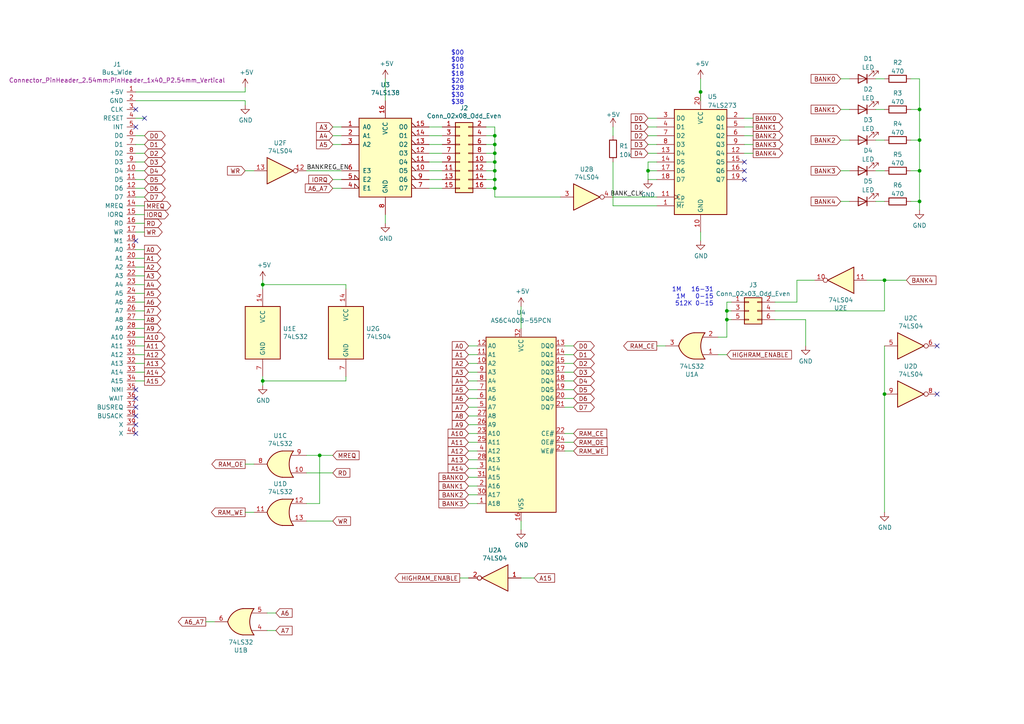
<source format=kicad_sch>
(kicad_sch (version 20211123) (generator eeschema)
  (paper "A4")
  (lib_symbols
    (symbol "74xx:74LS04"
      (property "Reference" "U" (at 0 1.27 0))
      (property "Value" "74LS04" (at 0 -1.27 0))
      (symbol "74LS04_1_0"
        (pin input line (at -7.62 0 0) (length 3.81) (name "~") (number "1"))
        (pin output inverted (at 7.62 0 180) (length 3.81) (name "~") (number "2"))
      )
      (symbol "74LS04_2_0"
        (pin input line (at -7.62 0 0) (length 3.81) (name "~") (number "3"))
        (pin output inverted (at 7.62 0 180) (length 3.81) (name "~") (number "4"))
      )
      (symbol "74LS04_3_0"
        (pin input line (at -7.62 0 0) (length 3.81) (name "~") (number "5"))
        (pin output inverted (at 7.62 0 180) (length 3.81) (name "~") (number "6"))
      )
      (symbol "74LS04_4_0"
        (pin output inverted (at 7.62 0 180) (length 3.81) (name "~") (number "8"))
        (pin input line (at -7.62 0 0) (length 3.81) (name "~") (number "9"))
      )
      (symbol "74LS04_5_0"
        (pin output inverted (at 7.62 0 180) (length 3.81) (name "~") (number "10"))
        (pin input line (at -7.62 0 0) (length 3.81) (name "~") (number "11"))
      )
      (symbol "74LS04_6_0"
        (pin output inverted (at 7.62 0 180) (length 3.81) (name "~") (number "12"))
        (pin input line (at -7.62 0 0) (length 3.81) (name "~") (number "13"))
      )
      (symbol "74LS04_7_0"
        (pin power_in line (at 0 12.7 270) (length 5.08) (name "VCC") (number "14"))
        (pin power_in line (at 0 -12.7 90) (length 5.08) (name "GND") (number "7"))
      )
    )
    (symbol "74xx:74LS138" (pin_names (offset 1.016))
      (property "Reference" "U" (at -7.62 11.43 0))
      (property "Value" "74LS138" (at -7.62 -13.97 0))
      (symbol "74LS138_1_0"
        (pin input line (at -12.7 7.62 0) (length 5.08) (name "A0") (number "1"))
        (pin output output_low (at 12.7 -5.08 180) (length 5.08) (name "O5") (number "10"))
        (pin output output_low (at 12.7 -2.54 180) (length 5.08) (name "O4") (number "11"))
        (pin output output_low (at 12.7 0 180) (length 5.08) (name "O3") (number "12"))
        (pin output output_low (at 12.7 2.54 180) (length 5.08) (name "O2") (number "13"))
        (pin output output_low (at 12.7 5.08 180) (length 5.08) (name "O1") (number "14"))
        (pin output output_low (at 12.7 7.62 180) (length 5.08) (name "O0") (number "15"))
        (pin power_in line (at 0 15.24 270) (length 5.08) (name "VCC") (number "16"))
        (pin input line (at -12.7 5.08 0) (length 5.08) (name "A1") (number "2"))
        (pin input line (at -12.7 2.54 0) (length 5.08) (name "A2") (number "3"))
        (pin input input_low (at -12.7 -10.16 0) (length 5.08) (name "E1") (number "4"))
        (pin input input_low (at -12.7 -7.62 0) (length 5.08) (name "E2") (number "5"))
        (pin input line (at -12.7 -5.08 0) (length 5.08) (name "E3") (number "6"))
        (pin output output_low (at 12.7 -10.16 180) (length 5.08) (name "O7") (number "7"))
        (pin power_in line (at 0 -17.78 90) (length 5.08) (name "GND") (number "8"))
        (pin output output_low (at 12.7 -7.62 180) (length 5.08) (name "O6") (number "9"))
      )
    )
    (symbol "74xx:74LS273"
      (property "Reference" "U" (at -7.62 16.51 0))
      (property "Value" "74LS273" (at -7.62 -16.51 0))
      (symbol "74LS273_1_0"
        (pin input line (at -12.7 -12.7 0) (length 5.08) (name "~{Mr}") (number "1"))
        (pin power_in line (at 0 -20.32 90) (length 5.08) (name "GND") (number "10"))
        (pin input clock (at -12.7 -10.16 0) (length 5.08) (name "Cp") (number "11"))
        (pin output line (at 12.7 2.54 180) (length 5.08) (name "Q4") (number "12"))
        (pin input line (at -12.7 2.54 0) (length 5.08) (name "D4") (number "13"))
        (pin input line (at -12.7 0 0) (length 5.08) (name "D5") (number "14"))
        (pin output line (at 12.7 0 180) (length 5.08) (name "Q5") (number "15"))
        (pin output line (at 12.7 -2.54 180) (length 5.08) (name "Q6") (number "16"))
        (pin input line (at -12.7 -2.54 0) (length 5.08) (name "D6") (number "17"))
        (pin input line (at -12.7 -5.08 0) (length 5.08) (name "D7") (number "18"))
        (pin output line (at 12.7 -5.08 180) (length 5.08) (name "Q7") (number "19"))
        (pin output line (at 12.7 12.7 180) (length 5.08) (name "Q0") (number "2"))
        (pin power_in line (at 0 20.32 270) (length 5.08) (name "VCC") (number "20"))
        (pin input line (at -12.7 12.7 0) (length 5.08) (name "D0") (number "3"))
        (pin input line (at -12.7 10.16 0) (length 5.08) (name "D1") (number "4"))
        (pin output line (at 12.7 10.16 180) (length 5.08) (name "Q1") (number "5"))
        (pin output line (at 12.7 7.62 180) (length 5.08) (name "Q2") (number "6"))
        (pin input line (at -12.7 7.62 0) (length 5.08) (name "D2") (number "7"))
        (pin input line (at -12.7 5.08 0) (length 5.08) (name "D3") (number "8"))
        (pin output line (at 12.7 5.08 180) (length 5.08) (name "Q3") (number "9"))
      )
    )
    (symbol "74xx:74LS32" (pin_names (offset 1.016))
      (property "Reference" "U" (at 0 1.27 0))
      (property "Value" "74LS32" (at 0 -1.27 0))
      (symbol "74LS32_1_1"
        (pin input line (at -7.62 2.54 0) (length 4.318) (name "~") (number "1"))
        (pin input line (at -7.62 -2.54 0) (length 4.318) (name "~") (number "2"))
        (pin output line (at 7.62 0 180) (length 3.81) (name "~") (number "3"))
      )
      (symbol "74LS32_1_2"
        (pin input inverted (at -7.62 2.54 0) (length 3.81) (name "~") (number "1"))
        (pin input inverted (at -7.62 -2.54 0) (length 3.81) (name "~") (number "2"))
        (pin output inverted (at 7.62 0 180) (length 3.81) (name "~") (number "3"))
      )
      (symbol "74LS32_2_1"
        (pin input line (at -7.62 2.54 0) (length 4.318) (name "~") (number "4"))
        (pin input line (at -7.62 -2.54 0) (length 4.318) (name "~") (number "5"))
        (pin output line (at 7.62 0 180) (length 3.81) (name "~") (number "6"))
      )
      (symbol "74LS32_2_2"
        (pin input inverted (at -7.62 2.54 0) (length 3.81) (name "~") (number "4"))
        (pin input inverted (at -7.62 -2.54 0) (length 3.81) (name "~") (number "5"))
        (pin output inverted (at 7.62 0 180) (length 3.81) (name "~") (number "6"))
      )
      (symbol "74LS32_3_1"
        (pin input line (at -7.62 -2.54 0) (length 4.318) (name "~") (number "10"))
        (pin output line (at 7.62 0 180) (length 3.81) (name "~") (number "8"))
        (pin input line (at -7.62 2.54 0) (length 4.318) (name "~") (number "9"))
      )
      (symbol "74LS32_3_2"
        (pin input inverted (at -7.62 -2.54 0) (length 3.81) (name "~") (number "10"))
        (pin output inverted (at 7.62 0 180) (length 3.81) (name "~") (number "8"))
        (pin input inverted (at -7.62 2.54 0) (length 3.81) (name "~") (number "9"))
      )
      (symbol "74LS32_4_1"
        (pin output line (at 7.62 0 180) (length 3.81) (name "~") (number "11"))
        (pin input line (at -7.62 2.54 0) (length 4.318) (name "~") (number "12"))
        (pin input line (at -7.62 -2.54 0) (length 4.318) (name "~") (number "13"))
      )
      (symbol "74LS32_4_2"
        (pin output inverted (at 7.62 0 180) (length 3.81) (name "~") (number "11"))
        (pin input inverted (at -7.62 2.54 0) (length 3.81) (name "~") (number "12"))
        (pin input inverted (at -7.62 -2.54 0) (length 3.81) (name "~") (number "13"))
      )
      (symbol "74LS32_5_0"
        (pin power_in line (at 0 12.7 270) (length 5.08) (name "VCC") (number "14"))
        (pin power_in line (at 0 -12.7 90) (length 5.08) (name "GND") (number "7"))
      )
    )
    (symbol "Connector_Generic:Conn_02x03_Odd_Even" (pin_names (offset 1.016) hide)
      (property "Reference" "J" (at 1.27 5.08 0))
      (property "Value" "Conn_02x03_Odd_Even" (at 1.27 -5.08 0))
      (symbol "Conn_02x03_Odd_Even_1_1"
        (pin passive line (at -5.08 2.54 0) (length 3.81) (name "Pin_1") (number "1"))
        (pin passive line (at 7.62 2.54 180) (length 3.81) (name "Pin_2") (number "2"))
        (pin passive line (at -5.08 0 0) (length 3.81) (name "Pin_3") (number "3"))
        (pin passive line (at 7.62 0 180) (length 3.81) (name "Pin_4") (number "4"))
        (pin passive line (at -5.08 -2.54 0) (length 3.81) (name "Pin_5") (number "5"))
        (pin passive line (at 7.62 -2.54 180) (length 3.81) (name "Pin_6") (number "6"))
      )
    )
    (symbol "Connector_Generic:Conn_02x08_Odd_Even" (pin_names (offset 1.016) hide)
      (property "Reference" "J" (at 1.27 10.16 0))
      (property "Value" "Conn_02x08_Odd_Even" (at 1.27 -12.7 0))
      (symbol "Conn_02x08_Odd_Even_1_1"
        (pin passive line (at -5.08 7.62 0) (length 3.81) (name "Pin_1") (number "1"))
        (pin passive line (at 7.62 -2.54 180) (length 3.81) (name "Pin_10") (number "10"))
        (pin passive line (at -5.08 -5.08 0) (length 3.81) (name "Pin_11") (number "11"))
        (pin passive line (at 7.62 -5.08 180) (length 3.81) (name "Pin_12") (number "12"))
        (pin passive line (at -5.08 -7.62 0) (length 3.81) (name "Pin_13") (number "13"))
        (pin passive line (at 7.62 -7.62 180) (length 3.81) (name "Pin_14") (number "14"))
        (pin passive line (at -5.08 -10.16 0) (length 3.81) (name "Pin_15") (number "15"))
        (pin passive line (at 7.62 -10.16 180) (length 3.81) (name "Pin_16") (number "16"))
        (pin passive line (at 7.62 7.62 180) (length 3.81) (name "Pin_2") (number "2"))
        (pin passive line (at -5.08 5.08 0) (length 3.81) (name "Pin_3") (number "3"))
        (pin passive line (at 7.62 5.08 180) (length 3.81) (name "Pin_4") (number "4"))
        (pin passive line (at -5.08 2.54 0) (length 3.81) (name "Pin_5") (number "5"))
        (pin passive line (at 7.62 2.54 180) (length 3.81) (name "Pin_6") (number "6"))
        (pin passive line (at -5.08 0 0) (length 3.81) (name "Pin_7") (number "7"))
        (pin passive line (at 7.62 0 180) (length 3.81) (name "Pin_8") (number "8"))
        (pin passive line (at -5.08 -2.54 0) (length 3.81) (name "Pin_9") (number "9"))
      )
    )
    (symbol "Device:LED" (pin_numbers hide) (pin_names (offset 1.016) hide)
      (property "Reference" "D" (at 0 2.54 0))
      (property "Value" "LED" (at 0 -2.54 0))
      (symbol "LED_1_1"
        (pin passive line (at -3.81 0 0) (length 2.54) (name "K") (number "1"))
        (pin passive line (at 3.81 0 180) (length 2.54) (name "A") (number "2"))
      )
    )
    (symbol "Device:R" (pin_numbers hide) (pin_names (offset 0))
      (property "Reference" "R" (at 2.032 0 90))
      (property "Value" "R" (at 0 0 90))
      (symbol "R_1_1"
        (pin passive line (at 0 3.81 270) (length 1.27) (name "~") (number "1"))
        (pin passive line (at 0 -3.81 90) (length 1.27) (name "~") (number "2"))
      )
    )
    (symbol "Memory_RAM:AS6C4008-55PCN"
      (property "Reference" "U" (at -10.16 26.035 0))
      (property "Value" "AS6C4008-55PCN" (at 2.54 26.035 0))
      (symbol "AS6C4008-55PCN_0_0"
        (pin power_in line (at 0 -27.94 90) (length 2.54) (name "VSS") (number "16"))
        (pin power_in line (at 0 27.94 270) (length 2.54) (name "VCC") (number "32"))
      )
      (symbol "AS6C4008-55PCN_1_1"
        (pin input line (at -12.7 -22.86 0) (length 2.54) (name "A18") (number "1"))
        (pin input line (at -12.7 17.78 0) (length 2.54) (name "A2") (number "10"))
        (pin input line (at -12.7 20.32 0) (length 2.54) (name "A1") (number "11"))
        (pin input line (at -12.7 22.86 0) (length 2.54) (name "A0") (number "12"))
        (pin tri_state line (at 12.7 22.86 180) (length 2.54) (name "DQ0") (number "13"))
        (pin tri_state line (at 12.7 20.32 180) (length 2.54) (name "DQ1") (number "14"))
        (pin tri_state line (at 12.7 17.78 180) (length 2.54) (name "DQ2") (number "15"))
        (pin tri_state line (at 12.7 15.24 180) (length 2.54) (name "DQ3") (number "17"))
        (pin tri_state line (at 12.7 12.7 180) (length 2.54) (name "DQ4") (number "18"))
        (pin tri_state line (at 12.7 10.16 180) (length 2.54) (name "DQ5") (number "19"))
        (pin input line (at -12.7 -17.78 0) (length 2.54) (name "A16") (number "2"))
        (pin tri_state line (at 12.7 7.62 180) (length 2.54) (name "DQ6") (number "20"))
        (pin tri_state line (at 12.7 5.08 180) (length 2.54) (name "DQ7") (number "21"))
        (pin input line (at 12.7 -2.54 180) (length 2.54) (name "CE#") (number "22"))
        (pin input line (at -12.7 -2.54 0) (length 2.54) (name "A10") (number "23"))
        (pin input line (at 12.7 -5.08 180) (length 2.54) (name "OE#") (number "24"))
        (pin input line (at -12.7 -5.08 0) (length 2.54) (name "A11") (number "25"))
        (pin input line (at -12.7 0 0) (length 2.54) (name "A9") (number "26"))
        (pin input line (at -12.7 2.54 0) (length 2.54) (name "A8") (number "27"))
        (pin input line (at -12.7 -10.16 0) (length 2.54) (name "A13") (number "28"))
        (pin input line (at 12.7 -7.62 180) (length 2.54) (name "WE#") (number "29"))
        (pin input line (at -12.7 -12.7 0) (length 2.54) (name "A14") (number "3"))
        (pin input line (at -12.7 -20.32 0) (length 2.54) (name "A17") (number "30"))
        (pin input line (at -12.7 -15.24 0) (length 2.54) (name "A15") (number "31"))
        (pin input line (at -12.7 -7.62 0) (length 2.54) (name "A12") (number "4"))
        (pin input line (at -12.7 5.08 0) (length 2.54) (name "A7") (number "5"))
        (pin input line (at -12.7 7.62 0) (length 2.54) (name "A6") (number "6"))
        (pin input line (at -12.7 10.16 0) (length 2.54) (name "A5") (number "7"))
        (pin input line (at -12.7 12.7 0) (length 2.54) (name "A4") (number "8"))
        (pin input line (at -12.7 15.24 0) (length 2.54) (name "A3") (number "9"))
      )
    )
    (symbol "ModularZ80:Bus_Wide" (pin_names (offset 1.016))
      (property "Reference" "J" (at 0 34.29 0))
      (property "Value" "ModularZ80_Bus_Wide" (at 0 -71.12 0))
      (property "Footprint" "Connector_PinHeader_2.54mm:PinHeader_1x40_P2.54mm_Vertical" (at 0 0 0))
      (symbol "Bus_Wide_1_1"
        (pin power_out line (at -2.54 30.48 0) (length 2.54) (name "+5V") (number "1"))
        (pin bidirectional line (at -2.54 7.62 0) (length 2.54) (name "D4") (number "10"))
        (pin bidirectional line (at -2.54 5.08 0) (length 2.54) (name "D5") (number "11"))
        (pin bidirectional line (at -2.54 2.54 0) (length 2.54) (name "D6") (number "12"))
        (pin bidirectional line (at -2.54 0 0) (length 2.54) (name "D7") (number "13"))
        (pin bidirectional line (at -2.54 -2.54 0) (length 2.54) (name "MREQ") (number "14"))
        (pin bidirectional line (at -2.54 -5.08 0) (length 2.54) (name "IORQ") (number "15"))
        (pin bidirectional line (at -2.54 -7.62 0) (length 2.54) (name "RD") (number "16"))
        (pin bidirectional line (at -2.54 -10.16 0) (length 2.54) (name "WR") (number "17"))
        (pin bidirectional line (at -2.54 -12.7 0) (length 2.54) (name "M1") (number "18"))
        (pin bidirectional line (at -2.54 -15.24 0) (length 2.54) (name "A0") (number "19"))
        (pin power_out line (at -2.54 27.94 0) (length 2.54) (name "GND") (number "2"))
        (pin bidirectional line (at -2.54 -17.78 0) (length 2.54) (name "A1") (number "20"))
        (pin bidirectional line (at -2.54 -20.32 0) (length 2.54) (name "A2") (number "21"))
        (pin bidirectional line (at -2.54 -22.86 0) (length 2.54) (name "A3") (number "22"))
        (pin bidirectional line (at -2.54 -25.4 0) (length 2.54) (name "A4") (number "23"))
        (pin bidirectional line (at -2.54 -27.94 0) (length 2.54) (name "A5") (number "24"))
        (pin bidirectional line (at -2.54 -30.48 0) (length 2.54) (name "A6") (number "25"))
        (pin bidirectional line (at -2.54 -33.02 0) (length 2.54) (name "A7") (number "26"))
        (pin bidirectional line (at -2.54 -35.56 0) (length 2.54) (name "A8") (number "27"))
        (pin bidirectional line (at -2.54 -38.1 0) (length 2.54) (name "A9") (number "28"))
        (pin bidirectional line (at -2.54 -40.64 0) (length 2.54) (name "A10") (number "29"))
        (pin output line (at -2.54 25.4 0) (length 2.54) (name "CLK") (number "3"))
        (pin bidirectional line (at -2.54 -43.18 0) (length 2.54) (name "A11") (number "30"))
        (pin bidirectional line (at -2.54 -45.72 0) (length 2.54) (name "A12") (number "31"))
        (pin bidirectional line (at -2.54 -48.26 0) (length 2.54) (name "A13") (number "32"))
        (pin bidirectional line (at -2.54 -50.8 0) (length 2.54) (name "A14") (number "33"))
        (pin bidirectional line (at -2.54 -53.34 0) (length 2.54) (name "A15") (number "34"))
        (pin bidirectional line (at -2.54 -55.88 0) (length 2.54) (name "NMI") (number "35"))
        (pin bidirectional line (at -2.54 -58.42 0) (length 2.54) (name "WAIT") (number "36"))
        (pin bidirectional line (at -2.54 -60.96 0) (length 2.54) (name "BUSREQ") (number "37"))
        (pin bidirectional line (at -2.54 -63.5 0) (length 2.54) (name "BUSACK") (number "38"))
        (pin bidirectional line (at -2.54 -66.04 0) (length 2.54) (name "X") (number "39"))
        (pin output line (at -2.54 22.86 0) (length 2.54) (name "RESET") (number "4"))
        (pin bidirectional line (at -2.54 -68.58 0) (length 2.54) (name "X") (number "40"))
        (pin bidirectional line (at -2.54 20.32 0) (length 2.54) (name "INT") (number "5"))
        (pin bidirectional line (at -2.54 17.78 0) (length 2.54) (name "D0") (number "6"))
        (pin bidirectional line (at -2.54 15.24 0) (length 2.54) (name "D1") (number "7"))
        (pin bidirectional line (at -2.54 12.7 0) (length 2.54) (name "D2") (number "8"))
        (pin bidirectional line (at -2.54 10.16 0) (length 2.54) (name "D3") (number "9"))
      )
    )
    (symbol "power:+5V" (power) (pin_names (offset 0))
      (property "Value" "+5V" (at 0 3.556 0))
      (symbol "+5V_1_1"
        (pin power_in line (at 0 0 90) (length 0) hide (name "+5V") (number "1"))
      )
    )
    (symbol "power:GND" (power) (pin_names (offset 0))
      (property "Value" "GND" (at 0 -3.81 0))
      (symbol "GND_1_1"
        (pin power_in line (at 0 0 270) (length 0) hide (name "GND") (number "1"))
      )
    )
  )
  (junction (at 143.51 39.37))
  (junction (at 143.51 54.61))
  (junction (at 266.7 58.42))
  (junction (at 143.51 52.07))
  (junction (at 256.54 114.3))
  (junction (at 210.82 90.17))
  (junction (at 266.7 31.75))
  (junction (at 266.7 49.53))
  (junction (at 210.82 92.71))
  (junction (at 143.51 44.45))
  (junction (at 143.51 49.53))
  (junction (at 143.51 41.91))
  (junction (at 92.71 132.08))
  (junction (at 143.51 46.99))
  (junction (at 266.7 40.64))
  (junction (at 76.2 82.55))
  (junction (at 203.2 26.67))
  (junction (at 256.54 81.28))
  (junction (at 76.2 110.49))
  (junction (at 187.96 49.53))
  (no_connect (at 39.37 115.57))
  (no_connect (at 39.37 123.19))
  (no_connect (at 39.37 36.83))
  (no_connect (at 271.78 114.3))
  (no_connect (at 39.37 118.11))
  (no_connect (at 271.78 100.33))
  (no_connect (at 39.37 125.73))
  (no_connect (at 39.37 31.75))
  (no_connect (at 39.37 113.03))
  (no_connect (at 39.37 120.65))
  (no_connect (at 39.37 69.85))
  (no_connect (at 215.9 46.99))
  (no_connect (at 215.9 52.07))
  (no_connect (at 215.9 49.53))
  (no_connect (at 41.91 34.29))
  (wire (pts (xy 92.71 132.08) (xy 96.52 132.08)))
  (wire (pts (xy 151.13 167.64) (xy 154.94 167.64)))
  (wire (pts (xy 39.37 59.69) (xy 41.91 59.69)))
  (wire (pts (xy 138.43 118.11) (xy 135.89 118.11)))
  (wire (pts (xy 266.7 49.53) (xy 266.7 40.64)))
  (wire (pts (xy 96.52 52.07) (xy 99.06 52.07)))
  (wire (pts (xy 39.37 62.23) (xy 41.91 62.23)))
  (wire (pts (xy 215.9 41.91) (xy 218.44 41.91)))
  (wire (pts (xy 236.22 81.28) (xy 231.14 81.28)))
  (wire (pts (xy 71.12 29.21) (xy 71.12 30.48)))
  (wire (pts (xy 163.83 130.81) (xy 166.37 130.81)))
  (wire (pts (xy 135.89 120.65) (xy 138.43 120.65)))
  (wire (pts (xy 163.83 110.49) (xy 166.37 110.49)))
  (wire (pts (xy 256.54 114.3) (xy 256.54 148.59)))
  (wire (pts (xy 210.82 90.17) (xy 210.82 92.71)))
  (wire (pts (xy 135.89 140.97) (xy 138.43 140.97)))
  (wire (pts (xy 39.37 77.47) (xy 41.91 77.47)))
  (wire (pts (xy 151.13 88.9) (xy 151.13 95.25)))
  (wire (pts (xy 39.37 64.77) (xy 41.91 64.77)))
  (wire (pts (xy 163.83 100.33) (xy 166.37 100.33)))
  (wire (pts (xy 135.89 138.43) (xy 138.43 138.43)))
  (wire (pts (xy 138.43 102.87) (xy 135.89 102.87)))
  (wire (pts (xy 143.51 41.91) (xy 143.51 39.37)))
  (wire (pts (xy 124.46 36.83) (xy 128.27 36.83)))
  (wire (pts (xy 88.9 132.08) (xy 92.71 132.08)))
  (wire (pts (xy 203.2 22.86) (xy 203.2 26.67)))
  (wire (pts (xy 92.71 146.05) (xy 92.71 132.08)))
  (wire (pts (xy 39.37 46.99) (xy 41.91 46.99)))
  (wire (pts (xy 39.37 72.39) (xy 41.91 72.39)))
  (wire (pts (xy 143.51 44.45) (xy 143.51 41.91)))
  (wire (pts (xy 39.37 41.91) (xy 41.91 41.91)))
  (wire (pts (xy 77.47 177.8) (xy 80.01 177.8)))
  (wire (pts (xy 100.33 110.49) (xy 100.33 109.22)))
  (wire (pts (xy 215.9 36.83) (xy 218.44 36.83)))
  (wire (pts (xy 143.51 36.83) (xy 140.97 36.83)))
  (wire (pts (xy 256.54 100.33) (xy 256.54 114.3)))
  (wire (pts (xy 163.83 102.87) (xy 166.37 102.87)))
  (wire (pts (xy 264.16 31.75) (xy 266.7 31.75)))
  (wire (pts (xy 177.8 59.69) (xy 190.5 59.69)))
  (wire (pts (xy 135.89 135.89) (xy 138.43 135.89)))
  (wire (pts (xy 124.46 54.61) (xy 128.27 54.61)))
  (wire (pts (xy 264.16 58.42) (xy 266.7 58.42)))
  (wire (pts (xy 140.97 54.61) (xy 143.51 54.61)))
  (wire (pts (xy 187.96 44.45) (xy 190.5 44.45)))
  (wire (pts (xy 124.46 44.45) (xy 128.27 44.45)))
  (wire (pts (xy 190.5 46.99) (xy 187.96 46.99)))
  (wire (pts (xy 266.7 22.86) (xy 264.16 22.86)))
  (wire (pts (xy 76.2 110.49) (xy 100.33 110.49)))
  (wire (pts (xy 163.83 118.11) (xy 166.37 118.11)))
  (wire (pts (xy 124.46 46.99) (xy 128.27 46.99)))
  (wire (pts (xy 254 58.42) (xy 256.54 58.42)))
  (wire (pts (xy 163.83 107.95) (xy 166.37 107.95)))
  (wire (pts (xy 266.7 49.53) (xy 266.7 58.42)))
  (wire (pts (xy 138.43 107.95) (xy 135.89 107.95)))
  (wire (pts (xy 177.8 36.83) (xy 177.8 39.37)))
  (wire (pts (xy 140.97 44.45) (xy 143.51 44.45)))
  (wire (pts (xy 39.37 67.31) (xy 41.91 67.31)))
  (wire (pts (xy 88.9 146.05) (xy 92.71 146.05)))
  (wire (pts (xy 140.97 52.07) (xy 143.51 52.07)))
  (wire (pts (xy 266.7 58.42) (xy 266.7 60.96)))
  (wire (pts (xy 256.54 81.28) (xy 262.89 81.28)))
  (wire (pts (xy 100.33 83.82) (xy 100.33 82.55)))
  (wire (pts (xy 208.28 102.87) (xy 210.82 102.87)))
  (wire (pts (xy 39.37 105.41) (xy 41.91 105.41)))
  (wire (pts (xy 41.91 87.63) (xy 39.37 87.63)))
  (wire (pts (xy 243.84 31.75) (xy 246.38 31.75)))
  (wire (pts (xy 135.89 110.49) (xy 138.43 110.49)))
  (wire (pts (xy 224.79 92.71) (xy 233.68 92.71)))
  (wire (pts (xy 124.46 41.91) (xy 128.27 41.91)))
  (wire (pts (xy 76.2 83.82) (xy 76.2 82.55)))
  (wire (pts (xy 39.37 44.45) (xy 41.91 44.45)))
  (wire (pts (xy 254 31.75) (xy 256.54 31.75)))
  (wire (pts (xy 140.97 41.91) (xy 143.51 41.91)))
  (wire (pts (xy 210.82 87.63) (xy 210.82 90.17)))
  (wire (pts (xy 187.96 41.91) (xy 190.5 41.91)))
  (wire (pts (xy 203.2 26.67) (xy 203.2 29.21)))
  (wire (pts (xy 39.37 90.17) (xy 41.91 90.17)))
  (wire (pts (xy 254 49.53) (xy 256.54 49.53)))
  (wire (pts (xy 243.84 49.53) (xy 246.38 49.53)))
  (wire (pts (xy 138.43 113.03) (xy 135.89 113.03)))
  (wire (pts (xy 135.89 146.05) (xy 138.43 146.05)))
  (wire (pts (xy 135.89 143.51) (xy 138.43 143.51)))
  (wire (pts (xy 96.52 39.37) (xy 99.06 39.37)))
  (wire (pts (xy 212.09 87.63) (xy 210.82 87.63)))
  (wire (pts (xy 39.37 74.93) (xy 41.91 74.93)))
  (wire (pts (xy 88.9 151.13) (xy 96.52 151.13)))
  (wire (pts (xy 163.83 128.27) (xy 166.37 128.27)))
  (wire (pts (xy 215.9 39.37) (xy 218.44 39.37)))
  (wire (pts (xy 124.46 49.53) (xy 128.27 49.53)))
  (wire (pts (xy 135.89 130.81) (xy 138.43 130.81)))
  (wire (pts (xy 41.91 82.55) (xy 39.37 82.55)))
  (wire (pts (xy 231.14 81.28) (xy 231.14 87.63)))
  (wire (pts (xy 39.37 100.33) (xy 41.91 100.33)))
  (wire (pts (xy 138.43 128.27) (xy 135.89 128.27)))
  (wire (pts (xy 71.12 49.53) (xy 73.66 49.53)))
  (wire (pts (xy 140.97 49.53) (xy 143.51 49.53)))
  (wire (pts (xy 143.51 46.99) (xy 143.51 44.45)))
  (wire (pts (xy 39.37 34.29) (xy 41.91 34.29)))
  (wire (pts (xy 135.89 125.73) (xy 138.43 125.73)))
  (wire (pts (xy 39.37 52.07) (xy 41.91 52.07)))
  (wire (pts (xy 39.37 26.67) (xy 71.12 26.67)))
  (wire (pts (xy 100.33 82.55) (xy 76.2 82.55)))
  (wire (pts (xy 187.96 39.37) (xy 190.5 39.37)))
  (wire (pts (xy 138.43 133.35) (xy 135.89 133.35)))
  (wire (pts (xy 59.69 180.34) (xy 62.23 180.34)))
  (wire (pts (xy 124.46 52.07) (xy 128.27 52.07)))
  (wire (pts (xy 203.2 67.31) (xy 203.2 69.85)))
  (wire (pts (xy 71.12 26.67) (xy 71.12 25.4)))
  (wire (pts (xy 243.84 22.86) (xy 246.38 22.86)))
  (wire (pts (xy 163.83 125.73) (xy 166.37 125.73)))
  (wire (pts (xy 41.91 97.79) (xy 39.37 97.79)))
  (wire (pts (xy 266.7 40.64) (xy 266.7 31.75)))
  (wire (pts (xy 39.37 49.53) (xy 41.91 49.53)))
  (wire (pts (xy 111.76 22.86) (xy 111.76 29.21)))
  (wire (pts (xy 96.52 36.83) (xy 99.06 36.83)))
  (wire (pts (xy 151.13 151.13) (xy 151.13 153.67)))
  (wire (pts (xy 254 40.64) (xy 256.54 40.64)))
  (wire (pts (xy 76.2 109.22) (xy 76.2 110.49)))
  (wire (pts (xy 39.37 85.09) (xy 41.91 85.09)))
  (wire (pts (xy 264.16 49.53) (xy 266.7 49.53)))
  (wire (pts (xy 96.52 54.61) (xy 99.06 54.61)))
  (wire (pts (xy 138.43 123.19) (xy 135.89 123.19)))
  (wire (pts (xy 210.82 92.71) (xy 210.82 97.79)))
  (wire (pts (xy 208.28 97.79) (xy 210.82 97.79)))
  (wire (pts (xy 140.97 46.99) (xy 143.51 46.99)))
  (wire (pts (xy 41.91 102.87) (xy 39.37 102.87)))
  (wire (pts (xy 71.12 148.59) (xy 73.66 148.59)))
  (wire (pts (xy 224.79 90.17) (xy 256.54 90.17)))
  (wire (pts (xy 88.9 137.16) (xy 96.52 137.16)))
  (wire (pts (xy 41.91 107.95) (xy 39.37 107.95)))
  (wire (pts (xy 163.83 115.57) (xy 166.37 115.57)))
  (wire (pts (xy 143.51 39.37) (xy 143.51 36.83)))
  (wire (pts (xy 256.54 90.17) (xy 256.54 81.28)))
  (wire (pts (xy 190.5 100.33) (xy 193.04 100.33)))
  (wire (pts (xy 233.68 100.33) (xy 233.68 92.71)))
  (wire (pts (xy 111.76 62.23) (xy 111.76 64.77)))
  (wire (pts (xy 187.96 49.53) (xy 190.5 49.53)))
  (wire (pts (xy 96.52 41.91) (xy 99.06 41.91)))
  (wire (pts (xy 143.51 49.53) (xy 143.51 46.99)))
  (wire (pts (xy 135.89 105.41) (xy 138.43 105.41)))
  (wire (pts (xy 76.2 82.55) (xy 76.2 81.28)))
  (wire (pts (xy 76.2 110.49) (xy 76.2 111.76)))
  (wire (pts (xy 39.37 95.25) (xy 41.91 95.25)))
  (wire (pts (xy 177.8 57.15) (xy 190.5 57.15)))
  (wire (pts (xy 254 22.86) (xy 256.54 22.86)))
  (wire (pts (xy 124.46 39.37) (xy 128.27 39.37)))
  (wire (pts (xy 162.56 57.15) (xy 143.51 57.15)))
  (wire (pts (xy 243.84 58.42) (xy 246.38 58.42)))
  (wire (pts (xy 143.51 57.15) (xy 143.51 54.61)))
  (wire (pts (xy 187.96 34.29) (xy 190.5 34.29)))
  (wire (pts (xy 140.97 39.37) (xy 143.51 39.37)))
  (wire (pts (xy 88.9 49.53) (xy 99.06 49.53)))
  (wire (pts (xy 77.47 182.88) (xy 80.01 182.88)))
  (wire (pts (xy 39.37 39.37) (xy 41.91 39.37)))
  (wire (pts (xy 143.51 54.61) (xy 143.51 52.07)))
  (wire (pts (xy 266.7 31.75) (xy 266.7 22.86)))
  (wire (pts (xy 210.82 92.71) (xy 212.09 92.71)))
  (wire (pts (xy 243.84 40.64) (xy 246.38 40.64)))
  (wire (pts (xy 187.96 46.99) (xy 187.96 49.53)))
  (wire (pts (xy 143.51 52.07) (xy 143.51 49.53)))
  (wire (pts (xy 177.8 46.99) (xy 177.8 59.69)))
  (wire (pts (xy 215.9 44.45) (xy 218.44 44.45)))
  (wire (pts (xy 39.37 80.01) (xy 41.91 80.01)))
  (wire (pts (xy 187.96 52.07) (xy 190.5 52.07)))
  (wire (pts (xy 135.89 100.33) (xy 138.43 100.33)))
  (wire (pts (xy 39.37 57.15) (xy 41.91 57.15)))
  (wire (pts (xy 133.35 167.64) (xy 135.89 167.64)))
  (wire (pts (xy 71.12 134.62) (xy 73.66 134.62)))
  (wire (pts (xy 187.96 49.53) (xy 187.96 52.07)))
  (wire (pts (xy 163.83 113.03) (xy 166.37 113.03)))
  (wire (pts (xy 163.83 105.41) (xy 166.37 105.41)))
  (wire (pts (xy 39.37 110.49) (xy 41.91 110.49)))
  (wire (pts (xy 210.82 90.17) (xy 212.09 90.17)))
  (wire (pts (xy 41.91 92.71) (xy 39.37 92.71)))
  (wire (pts (xy 251.46 81.28) (xy 256.54 81.28)))
  (wire (pts (xy 135.89 115.57) (xy 138.43 115.57)))
  (wire (pts (xy 264.16 40.64) (xy 266.7 40.64)))
  (wire (pts (xy 39.37 29.21) (xy 71.12 29.21)))
  (wire (pts (xy 39.37 54.61) (xy 41.91 54.61)))
  (wire (pts (xy 187.96 36.83) (xy 190.5 36.83)))
  (wire (pts (xy 231.14 87.63) (xy 224.79 87.63)))
  (wire (pts (xy 215.9 34.29) (xy 218.44 34.29)))
  (text "$00\n$08\n$10\n$18\n$20\n$28\n$30\n$38" (at 130.81 30.48 0) (effects (font (size 1.27 1.27)) (justify left bottom)))
  (text "1M   16-31\n1M   0-15\n512K 0-15" (at 207.01 88.9 180) (effects (font (size 1.27 1.27)) (justify right bottom)))
  (label "BANK_CLK" (at 186.69 57.15 180))
  (label "BANKREG_EN" (at 88.9 49.53 0))
  (global_label "WR" (shape output) (at 41.91 67.31 0) (property "Intersheet References" "${INTERSHEET_REFS}" (effects hide)))
  (global_label "A9" (shape output) (at 41.91 95.25 0) (property "Intersheet References" "${INTERSHEET_REFS}" (effects hide)))
  (global_label "A11" (shape output) (at 41.91 100.33 0) (property "Intersheet References" "${INTERSHEET_REFS}" (effects hide)))
  (global_label "A9" (shape input) (at 135.89 123.19 180) (property "Intersheet References" "${INTERSHEET_REFS}" (effects hide)))
  (global_label "A7" (shape input) (at 135.89 118.11 180) (property "Intersheet References" "${INTERSHEET_REFS}" (effects hide)))
  (global_label "RAM_CE" (shape output) (at 190.5 100.33 180) (property "Intersheet References" "${INTERSHEET_REFS}" (effects hide)))
  (global_label "A6_A7" (shape output) (at 59.69 180.34 180) (property "Intersheet References" "${INTERSHEET_REFS}" (effects hide)))
  (global_label "D0" (shape bidirectional) (at 166.37 100.33 0) (property "Intersheet References" "${INTERSHEET_REFS}" (effects hide)))
  (global_label "A10" (shape input) (at 135.89 125.73 180) (property "Intersheet References" "${INTERSHEET_REFS}" (effects hide)))
  (global_label "D7" (shape bidirectional) (at 166.37 118.11 0) (property "Intersheet References" "${INTERSHEET_REFS}" (effects hide)))
  (global_label "D0" (shape bidirectional) (at 41.91 39.37 0) (property "Intersheet References" "${INTERSHEET_REFS}" (effects hide)))
  (global_label "D1" (shape bidirectional) (at 41.91 41.91 0) (property "Intersheet References" "${INTERSHEET_REFS}" (effects hide)))
  (global_label "RAM_WE" (shape input) (at 166.37 130.81 0) (property "Intersheet References" "${INTERSHEET_REFS}" (effects hide)))
  (global_label "A15" (shape input) (at 154.94 167.64 0) (property "Intersheet References" "${INTERSHEET_REFS}" (effects hide)))
  (global_label "A2" (shape input) (at 135.89 105.41 180) (property "Intersheet References" "${INTERSHEET_REFS}" (effects hide)))
  (global_label "A6" (shape output) (at 41.91 87.63 0) (property "Intersheet References" "${INTERSHEET_REFS}" (effects hide)))
  (global_label "BANK4" (shape input) (at 262.89 81.28 0) (property "Intersheet References" "${INTERSHEET_REFS}" (effects hide)))
  (global_label "A6" (shape input) (at 135.89 115.57 180) (property "Intersheet References" "${INTERSHEET_REFS}" (effects hide)))
  (global_label "RAM_OE" (shape output) (at 71.12 134.62 180) (property "Intersheet References" "${INTERSHEET_REFS}" (effects hide)))
  (global_label "A7" (shape input) (at 80.01 182.88 0) (property "Intersheet References" "${INTERSHEET_REFS}" (effects hide)))
  (global_label "RD" (shape input) (at 96.52 137.16 0) (property "Intersheet References" "${INTERSHEET_REFS}" (effects hide)))
  (global_label "A6_A7" (shape input) (at 96.52 54.61 180) (property "Intersheet References" "${INTERSHEET_REFS}" (effects hide)))
  (global_label "A3" (shape input) (at 96.52 36.83 180) (property "Intersheet References" "${INTERSHEET_REFS}" (effects hide)))
  (global_label "BANK2" (shape input) (at 135.89 143.51 180) (property "Intersheet References" "${INTERSHEET_REFS}" (effects hide)))
  (global_label "A1" (shape input) (at 135.89 102.87 180) (property "Intersheet References" "${INTERSHEET_REFS}" (effects hide)))
  (global_label "D6" (shape bidirectional) (at 41.91 54.61 0) (property "Intersheet References" "${INTERSHEET_REFS}" (effects hide)))
  (global_label "D3" (shape input) (at 187.96 41.91 180) (property "Intersheet References" "${INTERSHEET_REFS}" (effects hide)))
  (global_label "A7" (shape output) (at 41.91 90.17 0) (property "Intersheet References" "${INTERSHEET_REFS}" (effects hide)))
  (global_label "A10" (shape output) (at 41.91 97.79 0) (property "Intersheet References" "${INTERSHEET_REFS}" (effects hide)))
  (global_label "D1" (shape bidirectional) (at 166.37 102.87 0) (property "Intersheet References" "${INTERSHEET_REFS}" (effects hide)))
  (global_label "D5" (shape bidirectional) (at 166.37 113.03 0) (property "Intersheet References" "${INTERSHEET_REFS}" (effects hide)))
  (global_label "BANK3" (shape input) (at 243.84 49.53 180) (property "Intersheet References" "${INTERSHEET_REFS}" (effects hide)))
  (global_label "A5" (shape input) (at 96.52 41.91 180) (property "Intersheet References" "${INTERSHEET_REFS}" (effects hide)))
  (global_label "BANK0" (shape input) (at 135.89 138.43 180) (property "Intersheet References" "${INTERSHEET_REFS}" (effects hide)))
  (global_label "A15" (shape output) (at 41.91 110.49 0) (property "Intersheet References" "${INTERSHEET_REFS}" (effects hide)))
  (global_label "WR" (shape input) (at 96.52 151.13 0) (property "Intersheet References" "${INTERSHEET_REFS}" (effects hide)))
  (global_label "A4" (shape output) (at 41.91 82.55 0) (property "Intersheet References" "${INTERSHEET_REFS}" (effects hide)))
  (global_label "BANK0" (shape input) (at 243.84 22.86 180) (property "Intersheet References" "${INTERSHEET_REFS}" (effects hide)))
  (global_label "D3" (shape bidirectional) (at 166.37 107.95 0) (property "Intersheet References" "${INTERSHEET_REFS}" (effects hide)))
  (global_label "BANK3" (shape output) (at 218.44 41.91 0) (property "Intersheet References" "${INTERSHEET_REFS}" (effects hide)))
  (global_label "A6" (shape input) (at 80.01 177.8 0) (property "Intersheet References" "${INTERSHEET_REFS}" (effects hide)))
  (global_label "RAM_WE" (shape output) (at 71.12 148.59 180) (property "Intersheet References" "${INTERSHEET_REFS}" (effects hide)))
  (global_label "A0" (shape output) (at 41.91 72.39 0) (property "Intersheet References" "${INTERSHEET_REFS}" (effects hide)))
  (global_label "BANK4" (shape input) (at 243.84 58.42 180) (property "Intersheet References" "${INTERSHEET_REFS}" (effects hide)))
  (global_label "IORQ" (shape output) (at 41.91 62.23 0) (property "Intersheet References" "${INTERSHEET_REFS}" (effects hide)))
  (global_label "A3" (shape input) (at 135.89 107.95 180) (property "Intersheet References" "${INTERSHEET_REFS}" (effects hide)))
  (global_label "A8" (shape input) (at 135.89 120.65 180) (property "Intersheet References" "${INTERSHEET_REFS}" (effects hide)))
  (global_label "A4" (shape input) (at 135.89 110.49 180) (property "Intersheet References" "${INTERSHEET_REFS}" (effects hide)))
  (global_label "A8" (shape output) (at 41.91 92.71 0) (property "Intersheet References" "${INTERSHEET_REFS}" (effects hide)))
  (global_label "A13" (shape output) (at 41.91 105.41 0) (property "Intersheet References" "${INTERSHEET_REFS}" (effects hide)))
  (global_label "A14" (shape input) (at 135.89 135.89 180) (property "Intersheet References" "${INTERSHEET_REFS}" (effects hide)))
  (global_label "A5" (shape input) (at 135.89 113.03 180) (property "Intersheet References" "${INTERSHEET_REFS}" (effects hide)))
  (global_label "D1" (shape input) (at 187.96 36.83 180) (property "Intersheet References" "${INTERSHEET_REFS}" (effects hide)))
  (global_label "BANK0" (shape output) (at 218.44 34.29 0) (property "Intersheet References" "${INTERSHEET_REFS}" (effects hide)))
  (global_label "D3" (shape bidirectional) (at 41.91 46.99 0) (property "Intersheet References" "${INTERSHEET_REFS}" (effects hide)))
  (global_label "MREQ" (shape input) (at 96.52 132.08 0) (property "Intersheet References" "${INTERSHEET_REFS}" (effects hide)))
  (global_label "BANK2" (shape output) (at 218.44 39.37 0) (property "Intersheet References" "${INTERSHEET_REFS}" (effects hide)))
  (global_label "A5" (shape output) (at 41.91 85.09 0) (property "Intersheet References" "${INTERSHEET_REFS}" (effects hide)))
  (global_label "D2" (shape bidirectional) (at 166.37 105.41 0) (property "Intersheet References" "${INTERSHEET_REFS}" (effects hide)))
  (global_label "RAM_OE" (shape input) (at 166.37 128.27 0) (property "Intersheet References" "${INTERSHEET_REFS}" (effects hide)))
  (global_label "D4" (shape bidirectional) (at 41.91 49.53 0) (property "Intersheet References" "${INTERSHEET_REFS}" (effects hide)))
  (global_label "RD" (shape output) (at 41.91 64.77 0) (property "Intersheet References" "${INTERSHEET_REFS}" (effects hide)))
  (global_label "MREQ" (shape output) (at 41.91 59.69 0) (property "Intersheet References" "${INTERSHEET_REFS}" (effects hide)))
  (global_label "D6" (shape bidirectional) (at 166.37 115.57 0) (property "Intersheet References" "${INTERSHEET_REFS}" (effects hide)))
  (global_label "A1" (shape output) (at 41.91 74.93 0) (property "Intersheet References" "${INTERSHEET_REFS}" (effects hide)))
  (global_label "A12" (shape output) (at 41.91 102.87 0) (property "Intersheet References" "${INTERSHEET_REFS}" (effects hide)))
  (global_label "A11" (shape input) (at 135.89 128.27 180) (property "Intersheet References" "${INTERSHEET_REFS}" (effects hide)))
  (global_label "HIGHRAM_ENABLE" (shape output) (at 133.35 167.64 180) (property "Intersheet References" "${INTERSHEET_REFS}" (effects hide)))
  (global_label "A0" (shape input) (at 135.89 100.33 180) (property "Intersheet References" "${INTERSHEET_REFS}" (effects hide)))
  (global_label "HIGHRAM_ENABLE" (shape input) (at 210.82 102.87 0) (property "Intersheet References" "${INTERSHEET_REFS}" (effects hide)))
  (global_label "A4" (shape input) (at 96.52 39.37 180) (property "Intersheet References" "${INTERSHEET_REFS}" (effects hide)))
  (global_label "D5" (shape bidirectional) (at 41.91 52.07 0) (property "Intersheet References" "${INTERSHEET_REFS}" (effects hide)))
  (global_label "D2" (shape input) (at 187.96 39.37 180) (property "Intersheet References" "${INTERSHEET_REFS}" (effects hide)))
  (global_label "A14" (shape output) (at 41.91 107.95 0) (property "Intersheet References" "${INTERSHEET_REFS}" (effects hide)))
  (global_label "RAM_CE" (shape input) (at 166.37 125.73 0) (property "Intersheet References" "${INTERSHEET_REFS}" (effects hide)))
  (global_label "BANK1" (shape output) (at 218.44 36.83 0) (property "Intersheet References" "${INTERSHEET_REFS}" (effects hide)))
  (global_label "BANK2" (shape input) (at 243.84 40.64 180) (property "Intersheet References" "${INTERSHEET_REFS}" (effects hide)))
  (global_label "IORQ" (shape input) (at 96.52 52.07 180) (property "Intersheet References" "${INTERSHEET_REFS}" (effects hide)))
  (global_label "A12" (shape input) (at 135.89 130.81 180) (property "Intersheet References" "${INTERSHEET_REFS}" (effects hide)))
  (global_label "BANK4" (shape output) (at 218.44 44.45 0) (property "Intersheet References" "${INTERSHEET_REFS}" (effects hide)))
  (global_label "WR" (shape input) (at 71.12 49.53 180) (property "Intersheet References" "${INTERSHEET_REFS}" (effects hide)))
  (global_label "D4" (shape input) (at 187.96 44.45 180) (property "Intersheet References" "${INTERSHEET_REFS}" (effects hide)))
  (global_label "D2" (shape bidirectional) (at 41.91 44.45 0) (property "Intersheet References" "${INTERSHEET_REFS}" (effects hide)))
  (global_label "BANK1" (shape input) (at 135.89 140.97 180) (property "Intersheet References" "${INTERSHEET_REFS}" (effects hide)))
  (global_label "BANK1" (shape input) (at 243.84 31.75 180) (property "Intersheet References" "${INTERSHEET_REFS}" (effects hide)))
  (global_label "A3" (shape output) (at 41.91 80.01 0) (property "Intersheet References" "${INTERSHEET_REFS}" (effects hide)))
  (global_label "D7" (shape bidirectional) (at 41.91 57.15 0) (property "Intersheet References" "${INTERSHEET_REFS}" (effects hide)))
  (global_label "BANK3" (shape input) (at 135.89 146.05 180) (property "Intersheet References" "${INTERSHEET_REFS}" (effects hide)))
  (global_label "D4" (shape bidirectional) (at 166.37 110.49 0) (property "Intersheet References" "${INTERSHEET_REFS}" (effects hide)))
  (global_label "A2" (shape output) (at 41.91 77.47 0) (property "Intersheet References" "${INTERSHEET_REFS}" (effects hide)))
  (global_label "A13" (shape input) (at 135.89 133.35 180) (property "Intersheet References" "${INTERSHEET_REFS}" (effects hide)))
  (global_label "D0" (shape input) (at 187.96 34.29 180) (property "Intersheet References" "${INTERSHEET_REFS}" (effects hide)))
  (symbol (lib_id "Memory_RAM:AS6C4008-55PCN") (at 151.13 123.19 0) (unit 1)
    (property "Reference" "U4" (at 151.13 90.6526 0))
    (property "Value" "AS6C4008-55PCN" (at 151.13 92.964 0))
    (property "Footprint" "Package_DIP:DIP-32_W15.24mm_Socket" (effects hide))
    (property "Datasheet" "https://www.alliancememory.com/wp-content/uploads/pdf/AS6C4008.pdf" (effects hide))
  )
  (symbol (lib_id "Connector_Generic:Conn_02x08_Odd_Even") (at 133.35 44.45 0) (unit 1)
    (property "Reference" "J2" (at 134.62 31.3182 0))
    (property "Value" "Conn_02x08_Odd_Even" (at 134.62 33.6296 0))
    (property "Footprint" "Connector_PinHeader_2.54mm:PinHeader_2x08_P2.54mm_Vertical" (effects hide))
  )
  (symbol (lib_id "74xx:74LS138") (at 111.76 44.45 0) (unit 1)
    (property "Reference" "U3" (at 111.76 24.6126 0))
    (property "Value" "74LS138" (at 111.76 26.924 0))
    (property "Footprint" "Package_DIP:DIP-16_W7.62mm" (effects hide))
    (property "Datasheet" "http://www.ti.com/lit/gpn/sn74LS138" (effects hide))
  )
  (symbol (lib_id "74xx:74LS32") (at 200.66 100.33 180) (unit 1)
    (property "Reference" "U1" (at 200.66 108.585 0))
    (property "Value" "74LS32" (at 200.66 106.2736 0))
    (property "Footprint" "Package_DIP:DIP-14_W7.62mm" (effects hide))
    (property "Datasheet" "http://www.ti.com/lit/gpn/sn74LS32" (effects hide))
  )
  (symbol (lib_id "74xx:74LS04") (at 143.51 167.64 0) (mirror y) (unit 1)
    (property "Reference" "U2" (at 143.51 159.5882 0))
    (property "Value" "74LS04" (at 143.51 161.8996 0))
    (property "Footprint" "Package_DIP:DIP-14_W7.62mm" (effects hide))
    (property "Datasheet" "http://www.ti.com/lit/gpn/sn74LS04" (effects hide))
  )
  (symbol (lib_id "74xx:74LS32") (at 81.28 134.62 0) (mirror y) (unit 3)
    (property "Reference" "U1" (at 81.28 126.365 0))
    (property "Value" "74LS32" (at 81.28 128.6764 0))
    (property "Footprint" "Package_DIP:DIP-14_W7.62mm" (effects hide))
    (property "Datasheet" "http://www.ti.com/lit/gpn/sn74LS32" (effects hide))
  )
  (symbol (lib_id "74xx:74LS32") (at 81.28 148.59 0) (mirror y) (unit 4)
    (property "Reference" "U1" (at 81.28 140.335 0))
    (property "Value" "74LS32" (at 81.28 142.6464 0))
    (property "Footprint" "Package_DIP:DIP-14_W7.62mm" (effects hide))
    (property "Datasheet" "http://www.ti.com/lit/gpn/sn74LS32" (effects hide))
  )
  (symbol (lib_id "power:+5V") (at 111.76 22.86 0) (unit 1)
    (property "Reference" "#PWR0101" (effects hide))
    (property "Value" "+5V" (at 112.141 18.4658 0))
  )
  (symbol (lib_id "power:+5V") (at 203.2 22.86 0) (unit 1)
    (property "Reference" "#PWR0103" (effects hide))
    (property "Value" "+5V" (at 203.581 18.4658 0))
  )
  (symbol (lib_id "74xx:74LS32") (at 76.2 96.52 0) (unit 5)
    (property "Reference" "U1" (at 82.042 95.3516 0) (effects (justify left)))
    (property "Value" "74LS32" (at 82.042 97.663 0) (effects (justify left)))
    (property "Footprint" "Package_DIP:DIP-14_W7.62mm" (effects hide))
    (property "Datasheet" "http://www.ti.com/lit/gpn/sn74LS32" (effects hide))
  )
  (symbol (lib_id "74xx:74LS04") (at 100.33 96.52 0) (unit 7)
    (property "Reference" "U2" (at 106.172 95.3516 0) (effects (justify left)))
    (property "Value" "74LS04" (at 106.172 97.663 0) (effects (justify left)))
    (property "Footprint" "Package_DIP:DIP-14_W7.62mm" (effects hide))
    (property "Datasheet" "http://www.ti.com/lit/gpn/sn74LS04" (effects hide))
  )
  (symbol (lib_id "ModularZ80:Bus_Wide") (at 36.83 57.15 0) (mirror y) (unit 1)
    (property "Reference" "J1" (at 33.9598 18.669 0))
    (property "Value" "Bus_Wide" (at 33.9598 20.9804 0))
    (property "Footprint" "Connector_PinHeader_2.54mm:PinHeader_1x40_P2.54mm_Vertical" (at 33.9598 23.2918 0))
  )
  (symbol (lib_id "74xx:74LS04") (at 264.16 100.33 0) (unit 3)
    (property "Reference" "U2" (at 264.16 92.2782 0))
    (property "Value" "74LS04" (at 264.16 94.5896 0))
    (property "Footprint" "Package_DIP:DIP-14_W7.62mm" (effects hide))
    (property "Datasheet" "http://www.ti.com/lit/gpn/sn74LS04" (effects hide))
  )
  (symbol (lib_id "74xx:74LS04") (at 264.16 114.3 0) (unit 4)
    (property "Reference" "U2" (at 264.16 106.2482 0))
    (property "Value" "74LS04" (at 264.16 108.5596 0))
    (property "Footprint" "Package_DIP:DIP-14_W7.62mm" (effects hide))
    (property "Datasheet" "http://www.ti.com/lit/gpn/sn74LS04" (effects hide))
  )
  (symbol (lib_id "power:+5V") (at 71.12 25.4 0) (unit 1)
    (property "Reference" "#PWR0111" (effects hide))
    (property "Value" "+5V" (at 71.501 21.0058 0))
  )
  (symbol (lib_id "74xx:74LS32") (at 69.85 180.34 180) (unit 2)
    (property "Reference" "U1" (at 69.85 188.595 0))
    (property "Value" "74LS32" (at 69.85 186.2836 0))
    (property "Footprint" "Package_DIP:DIP-14_W7.62mm" (effects hide))
    (property "Datasheet" "http://www.ti.com/lit/gpn/sn74LS32" (effects hide))
  )
  (symbol (lib_id "power:GND") (at 71.12 30.48 0) (unit 1)
    (property "Reference" "#PWR0112" (effects hide))
    (property "Value" "GND" (at 71.247 34.8742 0))
  )
  (symbol (lib_id "74xx:74LS04") (at 81.28 49.53 0) (unit 6)
    (property "Reference" "U2" (at 81.28 41.4782 0))
    (property "Value" "74LS04" (at 81.28 43.7896 0))
    (property "Footprint" "Package_DIP:DIP-14_W7.62mm" (effects hide))
    (property "Datasheet" "http://www.ti.com/lit/gpn/sn74LS04" (effects hide))
  )
  (symbol (lib_id "power:GND") (at 256.54 148.59 0) (unit 1)
    (property "Reference" "#PWR0108" (effects hide))
    (property "Value" "GND" (at 256.667 152.9842 0))
  )
  (symbol (lib_id "power:GND") (at 111.76 64.77 0) (unit 1)
    (property "Reference" "#PWR0104" (effects hide))
    (property "Value" "GND" (at 111.887 69.1642 0))
  )
  (symbol (lib_id "power:GND") (at 203.2 69.85 0) (unit 1)
    (property "Reference" "#PWR0105" (effects hide))
    (property "Value" "GND" (at 203.327 74.2442 0))
  )
  (symbol (lib_id "power:+5V") (at 76.2 81.28 0) (unit 1)
    (property "Reference" "#PWR0109" (effects hide))
    (property "Value" "+5V" (at 76.581 76.8858 0))
  )
  (symbol (lib_id "power:+5V") (at 151.13 88.9 0) (unit 1)
    (property "Reference" "#PWR0106" (effects hide))
    (property "Value" "+5V" (at 151.511 84.5058 0))
  )
  (symbol (lib_id "power:GND") (at 151.13 153.67 0) (unit 1)
    (property "Reference" "#PWR0107" (effects hide))
    (property "Value" "GND" (at 151.257 158.0642 0))
  )
  (symbol (lib_id "power:GND") (at 76.2 111.76 0) (unit 1)
    (property "Reference" "#PWR0110" (effects hide))
    (property "Value" "GND" (at 76.327 116.1542 0))
  )
  (symbol (lib_id "74xx:74LS04") (at 170.18 57.15 0) (unit 2)
    (property "Reference" "U2" (at 170.18 49.0982 0))
    (property "Value" "74LS04" (at 170.18 51.4096 0))
    (property "Footprint" "Package_DIP:DIP-14_W7.62mm" (effects hide))
    (property "Datasheet" "http://www.ti.com/lit/gpn/sn74LS04" (effects hide))
  )
  (symbol (lib_id "Device:R") (at 260.35 58.42 90) (unit 1)
    (property "Reference" "R6" (at 260.35 53.7042 90))
    (property "Value" "470" (at 260.35 56.2411 90))
    (property "Footprint" "Resistor_THT:R_Axial_DIN0207_L6.3mm_D2.5mm_P7.62mm_Horizontal" (effects hide))
  )
  (symbol (lib_id "power:GND") (at 266.7 60.96 0) (unit 1)
    (property "Reference" "#PWR01" (effects hide))
    (property "Value" "GND" (at 266.7 65.4034 0))
  )
  (symbol (lib_id "power:GND") (at 187.96 52.07 0) (unit 1)
    (property "Reference" "#PWR0113" (effects hide))
    (property "Value" "GND" (at 187.96 56.5134 0))
  )
  (symbol (lib_id "74xx:74LS273") (at 203.2 46.99 0) (unit 1)
    (property "Reference" "U5" (at 205.2194 28.0502 0) (effects (justify left)))
    (property "Value" "74LS273" (at 205.2194 30.5871 0) (effects (justify left)))
    (property "Footprint" "Package_DIP:DIP-20_W7.62mm" (effects hide))
    (property "Datasheet" "http://www.ti.com/lit/gpn/sn74LS273" (effects hide))
  )
  (symbol (lib_id "Device:LED") (at 250.19 22.86 180) (unit 1)
    (property "Reference" "D1" (at 251.7775 17.0012 0))
    (property "Value" "LED" (at 251.7775 19.5381 0))
    (property "Footprint" "LED_THT:LED_D3.0mm" (effects hide))
  )
  (symbol (lib_id "Device:LED") (at 250.19 49.53 180) (unit 1)
    (property "Reference" "D4" (at 251.7775 43.6712 0))
    (property "Value" "LED" (at 251.7775 46.2081 0))
    (property "Footprint" "LED_THT:LED_D3.0mm" (effects hide))
  )
  (symbol (lib_id "power:GND") (at 233.68 100.33 0) (unit 1)
    (property "Reference" "#PWR02" (effects hide))
    (property "Value" "GND" (at 233.68 104.7734 0))
  )
  (symbol (lib_id "Connector_Generic:Conn_02x03_Odd_Even") (at 217.17 90.17 0) (unit 1)
    (property "Reference" "J3" (at 218.44 82.6602 0))
    (property "Value" "Conn_02x03_Odd_Even" (at 218.44 85.1971 0))
    (property "Footprint" "Connector_PinHeader_2.54mm:PinHeader_2x03_P2.54mm_Vertical" (effects hide))
  )
  (symbol (lib_id "Device:R") (at 177.8 43.18 0) (unit 1)
    (property "Reference" "R1" (at 179.578 42.3453 0) (effects (justify left)))
    (property "Value" "10k" (at 179.578 44.8822 0) (effects (justify left)))
    (property "Footprint" "Resistor_THT:R_Axial_DIN0207_L6.3mm_D2.5mm_P7.62mm_Horizontal" (effects hide))
  )
  (symbol (lib_id "power:+5V") (at 177.8 36.83 0) (unit 1)
    (property "Reference" "#PWR0115" (effects hide))
    (property "Value" "+5V" (at 177.8 33.2542 0))
  )
  (symbol (lib_id "Device:R") (at 260.35 22.86 90) (unit 1)
    (property "Reference" "R2" (at 260.35 18.1442 90))
    (property "Value" "470" (at 260.35 20.6811 90))
    (property "Footprint" "Resistor_THT:R_Axial_DIN0207_L6.3mm_D2.5mm_P7.62mm_Horizontal" (effects hide))
  )
  (symbol (lib_id "Device:LED") (at 250.19 31.75 180) (unit 1)
    (property "Reference" "D2" (at 251.7775 25.8912 0))
    (property "Value" "LED" (at 251.7775 28.4281 0))
    (property "Footprint" "LED_THT:LED_D3.0mm" (effects hide))
  )
  (symbol (lib_id "74xx:74LS04") (at 243.84 81.28 180) (unit 5)
    (property "Reference" "U2" (at 243.84 89.3318 0))
    (property "Value" "74LS04" (at 243.84 87.0204 0))
    (property "Footprint" "Package_DIP:DIP-14_W7.62mm" (effects hide))
    (property "Datasheet" "http://www.ti.com/lit/gpn/sn74LS04" (effects hide))
  )
  (symbol (lib_id "Device:R") (at 260.35 31.75 90) (unit 1)
    (property "Reference" "R3" (at 260.35 27.0342 90))
    (property "Value" "470" (at 260.35 29.5711 90))
    (property "Footprint" "Resistor_THT:R_Axial_DIN0207_L6.3mm_D2.5mm_P7.62mm_Horizontal" (effects hide))
  )
  (symbol (lib_id "Device:LED") (at 250.19 58.42 180) (unit 1)
    (property "Reference" "D5" (at 251.7775 52.5612 0))
    (property "Value" "LED" (at 251.7775 55.0981 0))
    (property "Footprint" "LED_THT:LED_D3.0mm" (effects hide))
  )
  (symbol (lib_id "Device:R") (at 260.35 49.53 90) (unit 1)
    (property "Reference" "R5" (at 260.35 44.8142 90))
    (property "Value" "470" (at 260.35 47.3511 90))
    (property "Footprint" "Resistor_THT:R_Axial_DIN0207_L6.3mm_D2.5mm_P7.62mm_Horizontal" (effects hide))
  )
  (symbol (lib_id "Device:LED") (at 250.19 40.64 180) (unit 1)
    (property "Reference" "D3" (at 251.7775 34.7812 0))
    (property "Value" "LED" (at 251.7775 37.3181 0))
    (property "Footprint" "LED_THT:LED_D3.0mm" (effects hide))
  )
  (symbol (lib_id "Device:R") (at 260.35 40.64 90) (unit 1)
    (property "Reference" "R4" (at 260.35 35.9242 90))
    (property "Value" "470" (at 260.35 38.4611 90))
    (property "Footprint" "Resistor_THT:R_Axial_DIN0207_L6.3mm_D2.5mm_P7.62mm_Horizontal" (effects hide))
  )
)
</source>
